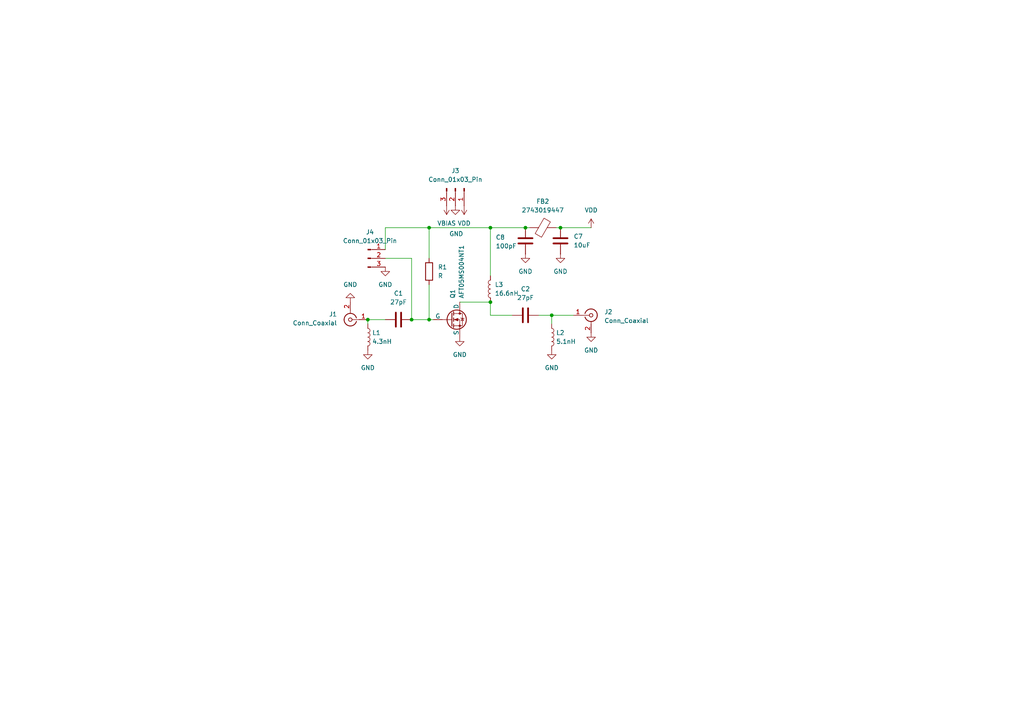
<source format=kicad_sch>
(kicad_sch (version 20250114) (generator "eeschema") (generator_version "9.0")
  (paper "A4")
  (lib_symbols
    (symbol "Connector:Conn_01x03_Pin" (pin_names (offset 1.016) (hide yes))
      (property "Reference" "J" (at 0 5.08 0))
      (property "Value" "Conn_01x03_Pin" (at 0 -5.08 0))
      (symbol "Conn_01x03_Pin_1_1"
        (rectangle (start 0.8636 2.667) (end 0 2.413) (stroke (width 0.1524)) (fill (type outline)))
        (rectangle (start 0.8636 0.127) (end 0 -0.127) (stroke (width 0.1524)) (fill (type outline)))
        (rectangle (start 0.8636 -2.413) (end 0 -2.667) (stroke (width 0.1524)) (fill (type outline)))
        (polyline (pts (xy 1.27 2.54) (xy 0.8636 2.54)) (stroke (width 0.1524)))
        (polyline (pts (xy 1.27 0) (xy 0.8636 0)) (stroke (width 0.1524)))
        (polyline (pts (xy 1.27 -2.54) (xy 0.8636 -2.54)) (stroke (width 0.1524)))
        (pin passive line (at 5.08 2.54 180) (length 3.81) (name "Pin_1") (number "1"))
        (pin passive line (at 5.08 0 180) (length 3.81) (name "Pin_2") (number "2"))
        (pin passive line (at 5.08 -2.54 180) (length 3.81) (name "Pin_3") (number "3"))
      )
    )
    (symbol "Connector:Conn_Coaxial" (pin_names (offset 1.016) (hide yes))
      (property "Reference" "J" (at 0.254 3.048 0))
      (property "Value" "Conn_Coaxial" (at 2.921 0 90))
      (symbol "Conn_Coaxial_0_1"
        (polyline (pts (xy -2.54 0) (xy -0.508 0)))
        (arc (start 1.778 0) (mid 0.222 -1.8079) (end -1.778 -0.508) (stroke (width 0.254)))
        (arc (start -1.778 0.508) (mid 0.2221 1.8084) (end 1.778 0) (stroke (width 0.254)))
        (circle (center 0 0) (radius 0.508) (stroke (width 0.2032)))
        (polyline (pts (xy 0 -2.54) (xy 0 -1.778)))
      )
      (symbol "Conn_Coaxial_1_1"
        (pin passive line (at -5.08 0 0) (length 2.54) (name "In") (number "1"))
        (pin passive line (at 0 -5.08 90) (length 2.54) (name "Ext") (number "2"))
      )
    )
    (symbol "Device:C" (pin_numbers (hide yes)) (pin_names (offset 0.254))
      (property "Reference" "C" (at 0.635 2.54 0))
      (property "Value" "C" (at 0.635 -2.54 0))
      (symbol "C_0_1"
        (polyline (pts (xy -2.032 0.762) (xy 2.032 0.762)) (stroke (width 0.508)))
        (polyline (pts (xy -2.032 -0.762) (xy 2.032 -0.762)) (stroke (width 0.508)))
      )
      (symbol "C_1_1"
        (pin passive line (at 0 3.81 270) (length 2.794) (name "~") (number "1"))
        (pin passive line (at 0 -3.81 90) (length 2.794) (name "~") (number "2"))
      )
    )
    (symbol "Device:FerriteBead" (pin_numbers (hide yes)) (pin_names (offset 0))
      (property "Reference" "FB" (at -3.81 0.635 90))
      (property "Value" "FerriteBead" (at 3.81 0 90))
      (symbol "FerriteBead_0_1"
        (polyline (pts (xy -2.7686 0.4064) (xy -1.7018 2.2606) (xy 2.7686 -0.3048) (xy 1.6764 -2.159) (xy -2.7686 0.4064)))
        (polyline (pts (xy 0 1.27) (xy 0 1.2954)))
        (polyline (pts (xy 0 -1.27) (xy 0 -1.2192)))
      )
      (symbol "FerriteBead_1_1"
        (pin passive line (at 0 3.81 270) (length 2.54) (name "~") (number "1"))
        (pin passive line (at 0 -3.81 90) (length 2.54) (name "~") (number "2"))
      )
    )
    (symbol "Device:L" (pin_numbers (hide yes)) (pin_names (offset 1.016) (hide yes))
      (property "Reference" "L" (at -1.27 0 90))
      (property "Value" "L" (at 1.905 0 90))
      (symbol "L_0_1"
        (arc (start 0 2.54) (mid 0.6323 1.905) (end 0 1.27))
        (arc (start 0 1.27) (mid 0.6323 0.635) (end 0 0))
        (arc (start 0 0) (mid 0.6323 -0.635) (end 0 -1.27))
        (arc (start 0 -1.27) (mid 0.6323 -1.905) (end 0 -2.54))
      )
      (symbol "L_1_1"
        (pin passive line (at 0 3.81 270) (length 1.27) (name "1") (number "1"))
        (pin passive line (at 0 -3.81 90) (length 1.27) (name "2") (number "2"))
      )
    )
    (symbol "Device:R" (pin_numbers (hide yes)) (pin_names (offset 0))
      (property "Reference" "R" (at 2.032 0 90))
      (property "Value" "R" (at 0 0 90))
      (symbol "R_0_1"
        (rectangle (start -1.016 -2.54) (end 1.016 2.54) (stroke (width 0.254)))
      )
      (symbol "R_1_1"
        (pin passive line (at 0 3.81 270) (length 1.27) (name "~") (number "1"))
        (pin passive line (at 0 -3.81 90) (length 1.27) (name "~") (number "2"))
      )
    )
    (symbol "Simulation_SPICE:NMOS" (pin_numbers (hide yes)) (pin_names (offset 0))
      (property "Reference" "Q" (at 5.08 1.27 0))
      (property "Value" "NMOS" (at 5.08 -1.27 0))
      (symbol "NMOS_0_1"
        (polyline (pts (xy 0.254 1.905) (xy 0.254 -1.905)) (stroke (width 0.254)))
        (polyline (pts (xy 0.254 0) (xy -2.54 0)))
        (polyline (pts (xy 0.762 2.286) (xy 0.762 1.27)) (stroke (width 0.254)))
        (polyline (pts (xy 0.762 0.508) (xy 0.762 -0.508)) (stroke (width 0.254)))
        (polyline (pts (xy 0.762 -1.27) (xy 0.762 -2.286)) (stroke (width 0.254)))
        (polyline (pts (xy 0.762 -1.778) (xy 3.302 -1.778) (xy 3.302 1.778) (xy 0.762 1.778)))
        (polyline (pts (xy 1.016 0) (xy 2.032 0.381) (xy 2.032 -0.381) (xy 1.016 0)) (fill (type outline)))
        (circle (center 1.651 0) (radius 2.794) (stroke (width 0.254)))
        (polyline (pts (xy 2.54 2.54) (xy 2.54 1.778)))
        (circle (center 2.54 1.778) (radius 0.254) (fill (type outline)))
        (circle (center 2.54 -1.778) (radius 0.254) (fill (type outline)))
        (polyline (pts (xy 2.54 -2.54) (xy 2.54 0) (xy 0.762 0)))
        (polyline (pts (xy 2.794 0.508) (xy 2.921 0.381) (xy 3.683 0.381) (xy 3.81 0.254)))
        (polyline (pts (xy 3.302 0.381) (xy 2.921 -0.254) (xy 3.683 -0.254) (xy 3.302 0.381)))
      )
      (symbol "NMOS_1_1"
        (pin input line (at -5.08 0 0) (length 2.54) (name "G") (number "2"))
        (pin passive line (at 2.54 5.08 270) (length 2.54) (name "D") (number "1"))
        (pin passive line (at 2.54 -5.08 90) (length 2.54) (name "S") (number "3"))
      )
    )
    (symbol "power:GND" (power) (pin_numbers (hide yes)) (pin_names (offset 0) (hide yes))
      (property "Value" "GND" (at 0 -3.81 0))
      (symbol "GND_0_1"
        (polyline (pts (xy 0 0) (xy 0 -1.27) (xy 1.27 -1.27) (xy 0 -2.54) (xy -1.27 -1.27) (xy 0 -1.27)))
      )
      (symbol "GND_1_1"
        (pin power_in line (at 0 0 270) (length 0) (name "~") (number "1"))
      )
    )
    (symbol "power:VDD" (power) (pin_numbers (hide yes)) (pin_names (offset 0) (hide yes))
      (property "Value" "VDD" (at 0 3.556 0))
      (symbol "VDD_0_1"
        (polyline (pts (xy -0.762 1.27) (xy 0 2.54)))
        (polyline (pts (xy 0 2.54) (xy 0.762 1.27)))
        (polyline (pts (xy 0 0) (xy 0 2.54)))
      )
      (symbol "VDD_1_1"
        (pin power_in line (at 0 0 90) (length 0) (name "~") (number "1"))
      )
    )
  )
  (junction (at 106.68 92.71))
  (junction (at 162.56 66.04))
  (junction (at 124.46 66.04))
  (junction (at 142.24 66.04))
  (junction (at 119.38 92.71))
  (junction (at 152.4 66.04))
  (junction (at 124.46 92.71))
  (junction (at 160.02 91.44))
  (junction (at 142.24 87.63))
  (wire (pts (xy 106.68 93.98) (xy 106.68 92.71)))
  (wire (pts (xy 124.46 92.71) (xy 125.73 92.71)))
  (wire (pts (xy 119.38 92.71) (xy 124.46 92.71)))
  (wire (pts (xy 111.76 66.04) (xy 124.46 66.04)))
  (wire (pts (xy 152.4 66.04) (xy 153.67 66.04)))
  (wire (pts (xy 142.24 91.44) (xy 148.59 91.44)))
  (wire (pts (xy 124.46 66.04) (xy 124.46 74.93)))
  (wire (pts (xy 160.02 91.44) (xy 166.37 91.44)))
  (wire (pts (xy 119.38 74.93) (xy 119.38 92.71)))
  (wire (pts (xy 160.02 93.98) (xy 160.02 91.44)))
  (wire (pts (xy 142.24 80.01) (xy 142.24 66.04)))
  (wire (pts (xy 161.29 66.04) (xy 162.56 66.04)))
  (wire (pts (xy 106.68 92.71) (xy 111.76 92.71)))
  (wire (pts (xy 162.56 66.04) (xy 171.45 66.04)))
  (wire (pts (xy 111.76 74.93) (xy 119.38 74.93)))
  (wire (pts (xy 142.24 66.04) (xy 152.4 66.04)))
  (wire (pts (xy 133.35 87.63) (xy 142.24 87.63)))
  (wire (pts (xy 124.46 82.55) (xy 124.46 92.71)))
  (wire (pts (xy 124.46 66.04) (xy 142.24 66.04)))
  (wire (pts (xy 111.76 72.39) (xy 111.76 66.04)))
  (wire (pts (xy 160.02 91.44) (xy 156.21 91.44)))
  (wire (pts (xy 142.24 87.63) (xy 142.24 91.44)))
  (symbol (lib_id "Device:FerriteBead") (at 157.48 66.04 90) (unit 1)
    (property "Reference" "FB2" (at 157.4292 58.42 90))
    (property "Value" "2743019447" (at 157.4292 60.96 90))
    (property "Description" "Ferrite bead" (effects (hide yes)))
  )
  (symbol (lib_id "power:GND") (at 160.02 101.6 0) (unit 1)
    (property "Reference" "#PWR02" (effects (hide yes)))
    (property "Value" "GND" (at 160.02 106.68 0))
    (property "Description" "Power symbol creates a global label with name \"GND\" , ground" (effects (hide yes)))
  )
  (symbol (lib_id "Connector:Conn_Coaxial") (at 171.45 91.44 0) (unit 1)
    (property "Reference" "J2" (at 175.26 90.4631 0) (effects (justify left)))
    (property "Value" "Conn_Coaxial" (at 175.26 93.0031 0) (effects (justify left)))
    (property "Description" "coaxial connector (BNC, SMA, SMB, SMC, Cinch/RCA, LEMO, ...)" (effects (hide yes)))
  )
  (symbol (lib_id "Connector:Conn_Coaxial") (at 101.6 92.71 180) (unit 1)
    (property "Reference" "J1" (at 97.79 91.1467 0) (effects (justify left)))
    (property "Value" "Conn_Coaxial" (at 97.79 93.6867 0) (effects (justify left)))
    (property "Description" "coaxial connector (BNC, SMA, SMB, SMC, Cinch/RCA, LEMO, ...)" (effects (hide yes)))
  )
  (symbol (lib_id "Simulation_SPICE:NMOS") (at 130.81 92.71 0) (unit 1)
    (property "Reference" "Q1" (at 131.318 86.614 90) (effects (justify left)))
    (property "Value" "AFT05MS004NT1" (at 133.858 86.614 90) (effects (justify left)))
    (property "Datasheet" "https://ngspice.sourceforge.io/docs/ngspice-html-manual/manual.xhtml#cha_MOSFETs" (effects (hide yes)))
    (property "Description" "N-MOSFET transistor, drain/source/gate" (effects (hide yes)))
    (property "Sim.Device" "NMOS" (effects (hide yes)))
    (property "Sim.Type" "VDMOS" (effects (hide yes)))
    (property "Sim.Pins" "1=D 2=G 3=S" (effects (hide yes)))
  )
  (symbol (lib_id "Device:C") (at 115.57 92.71 90) (unit 1)
    (property "Reference" "C1" (at 115.57 85.09 90))
    (property "Value" "27pF" (at 115.57 87.63 90))
    (property "Description" "Unpolarized capacitor" (effects (hide yes)))
  )
  (symbol (lib_id "Connector:Conn_01x03_Pin") (at 132.08 54.61 270) (unit 1)
    (property "Reference" "J3" (at 132.08 49.53 90))
    (property "Value" "Conn_01x03_Pin" (at 132.08 52.07 90))
    (property "Description" "Generic connector, single row, 01x03, script generated" (effects (hide yes)))
  )
  (symbol (lib_id "Device:L") (at 160.02 97.79 0) (unit 1)
    (property "Reference" "L2" (at 161.29 96.5199 0) (effects (justify left)))
    (property "Value" "5.1nH" (at 161.29 99.0599 0) (effects (justify left)))
    (property "Description" "Inductor" (effects (hide yes)))
  )
  (symbol (lib_id "power:GND") (at 133.35 97.79 0) (unit 1)
    (property "Reference" "#PWR013" (effects (hide yes)))
    (property "Value" "GND" (at 133.35 102.87 0))
    (property "Description" "Power symbol creates a global label with name \"GND\" , ground" (effects (hide yes)))
  )
  (symbol (lib_id "power:GND") (at 106.68 101.6 0) (unit 1)
    (property "Reference" "#PWR03" (effects (hide yes)))
    (property "Value" "GND" (at 106.68 106.68 0))
    (property "Description" "Power symbol creates a global label with name \"GND\" , ground" (effects (hide yes)))
  )
  (symbol (lib_id "Device:L") (at 106.68 97.79 0) (unit 1)
    (property "Reference" "L1" (at 107.95 96.5199 0) (effects (justify left)))
    (property "Value" "4.3nH" (at 107.95 99.0599 0) (effects (justify left)))
    (property "Description" "Inductor" (effects (hide yes)))
  )
  (symbol (lib_id "power:VDD") (at 134.62 59.69 180) (unit 1)
    (property "Reference" "#PWR017" (effects (hide yes)))
    (property "Value" "VDD" (at 134.62 64.77 0))
    (property "Description" "Power symbol creates a global label with name \"VDD\"" (effects (hide yes)))
  )
  (symbol (lib_id "power:VDD") (at 171.45 66.04 0) (unit 1)
    (property "Reference" "#PWR014" (effects (hide yes)))
    (property "Value" "VDD" (at 171.45 60.96 0))
    (property "Description" "Power symbol creates a global label with name \"VDD\"" (effects (hide yes)))
  )
  (symbol (lib_id "Device:C") (at 162.56 69.85 0) (unit 1)
    (property "Reference" "C7" (at 166.37 68.5799 0) (effects (justify left)))
    (property "Value" "10uF" (at 166.37 71.1199 0) (effects (justify left)))
    (property "Description" "Unpolarized capacitor" (effects (hide yes)))
  )
  (symbol (lib_id "power:VDD") (at 129.54 59.69 180) (unit 1)
    (property "Reference" "#PWR018" (effects (hide yes)))
    (property "Value" "VBIAS" (at 129.54 64.77 0))
    (property "Description" "Power symbol creates a global label with name \"VDD\"" (effects (hide yes)))
  )
  (symbol (lib_id "Connector:Conn_01x03_Pin") (at 106.68 74.93 0) (unit 1)
    (property "Reference" "J4" (at 107.315 67.31 0))
    (property "Value" "Conn_01x03_Pin" (at 107.315 69.85 0))
    (property "Description" "Generic connector, single row, 01x03, script generated" (effects (hide yes)))
  )
  (symbol (lib_id "Device:L") (at 142.24 83.82 180) (unit 1)
    (property "Reference" "L3" (at 143.51 82.5499 0) (effects (justify right)))
    (property "Value" "16.6nH" (at 143.51 85.0899 0) (effects (justify right)))
    (property "Description" "Inductor" (effects (hide yes)))
  )
  (symbol (lib_id "Device:C") (at 152.4 69.85 0) (unit 1)
    (property "Reference" "C8" (at 143.764 68.834 0) (effects (justify left)))
    (property "Value" "100pF" (at 143.764 71.374 0) (effects (justify left)))
    (property "Description" "Unpolarized capacitor" (effects (hide yes)))
  )
  (symbol (lib_id "power:GND") (at 132.08 59.69 0) (unit 1)
    (property "Reference" "#PWR016" (effects (hide yes)))
    (property "Value" "GND" (at 132.334 67.818 0))
    (property "Description" "Power symbol creates a global label with name \"GND\" , ground" (effects (hide yes)))
  )
  (symbol (lib_id "power:GND") (at 152.4 73.66 0) (unit 1)
    (property "Reference" "#PWR011" (effects (hide yes)))
    (property "Value" "GND" (at 152.4 78.74 0))
    (property "Description" "Power symbol creates a global label with name \"GND\" , ground" (effects (hide yes)))
  )
  (symbol (lib_id "power:GND") (at 162.56 73.66 0) (unit 1)
    (property "Reference" "#PWR012" (effects (hide yes)))
    (property "Value" "GND" (at 162.56 78.74 0))
    (property "Description" "Power symbol creates a global label with name \"GND\" , ground" (effects (hide yes)))
  )
  (symbol (lib_id "Device:R") (at 124.46 78.74 0) (unit 1)
    (property "Reference" "R1" (at 127 77.4699 0) (effects (justify left)))
    (property "Value" "R" (at 127 80.0099 0) (effects (justify left)))
    (property "Description" "Resistor" (effects (hide yes)))
  )
  (symbol (lib_id "power:GND") (at 111.76 77.47 0) (unit 1)
    (property "Reference" "#PWR09" (effects (hide yes)))
    (property "Value" "GND" (at 111.76 82.55 0))
    (property "Description" "Power symbol creates a global label with name \"GND\" , ground" (effects (hide yes)))
  )
  (symbol (lib_id "Device:C") (at 152.4 91.44 90) (unit 1)
    (property "Reference" "C2" (at 152.4 83.82 90))
    (property "Value" "27pF" (at 152.4 86.36 90))
    (property "Description" "Unpolarized capacitor" (effects (hide yes)))
  )
  (symbol (lib_id "power:GND") (at 101.6 87.63 180) (unit 1)
    (property "Reference" "#PWR08" (effects (hide yes)))
    (property "Value" "GND" (at 101.6 82.55 0))
    (property "Description" "Power symbol creates a global label with name \"GND\" , ground" (effects (hide yes)))
  )
  (symbol (lib_id "power:GND") (at 171.45 96.52 0) (unit 1)
    (property "Reference" "#PWR01" (effects (hide yes)))
    (property "Value" "GND" (at 171.45 101.6 0))
    (property "Description" "Power symbol creates a global label with name \"GND\" , ground" (effects (hide yes)))
  )
)
</source>
